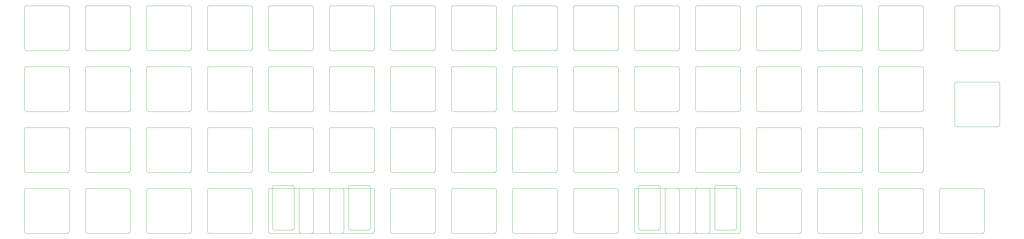
<source format=gbr>
G04 #@! TF.GenerationSoftware,KiCad,Pcbnew,8.0.2-1.fc39*
G04 #@! TF.CreationDate,2024-05-29T21:02:28-04:00*
G04 #@! TF.ProjectId,KeychronQ9OrthoIntegrated,4b657963-6872-46f6-9e51-394f7274686f,rev?*
G04 #@! TF.SameCoordinates,Original*
G04 #@! TF.FileFunction,Other,ECO2*
%FSLAX46Y46*%
G04 Gerber Fmt 4.6, Leading zero omitted, Abs format (unit mm)*
G04 Created by KiCad (PCBNEW 8.0.2-1.fc39) date 2024-05-29 21:02:28*
%MOMM*%
%LPD*%
G01*
G04 APERTURE LIST*
%ADD10C,0.050000*%
G04 APERTURE END LIST*
D10*
G04 #@! TO.C,MX54*
X113650000Y-76050000D02*
X113650000Y-89050000D01*
X114150000Y-89550000D02*
X127150000Y-89550000D01*
X127150000Y-75550000D02*
X114150000Y-75550000D01*
X127650000Y-89050000D02*
X127650000Y-76050000D01*
X113650000Y-76050000D02*
G75*
G02*
X114150000Y-75550000I500000J0D01*
G01*
X114150000Y-89550000D02*
G75*
G02*
X113650000Y-89050000I0J500000D01*
G01*
X127150000Y-75550000D02*
G75*
G02*
X127650000Y-76050000I-1J-500001D01*
G01*
X127647236Y-89048884D02*
G75*
G02*
X127147236Y-89548884I-500001J1D01*
G01*
G04 #@! TO.C,MX9*
X170800000Y-18900000D02*
X170800000Y-31900000D01*
X171300000Y-32400000D02*
X184300000Y-32400000D01*
X184300000Y-18400000D02*
X171300000Y-18400000D01*
X184800000Y-31900000D02*
X184800000Y-18900000D01*
X170800000Y-18900000D02*
G75*
G02*
X171300000Y-18400000I500000J0D01*
G01*
X171300000Y-32400000D02*
G75*
G02*
X170800000Y-31900000I0J500000D01*
G01*
X184300000Y-18400000D02*
G75*
G02*
X184800000Y-18900000I-1J-500001D01*
G01*
X184797236Y-31898884D02*
G75*
G02*
X184297236Y-32398884I-500001J1D01*
G01*
G04 #@! TO.C,MX37*
X94600000Y-57000000D02*
X94600000Y-70000000D01*
X95100000Y-70500000D02*
X108100000Y-70500000D01*
X108100000Y-56500000D02*
X95100000Y-56500000D01*
X108600000Y-70000000D02*
X108600000Y-57000000D01*
X94600000Y-57000000D02*
G75*
G02*
X95100000Y-56500000I500000J0D01*
G01*
X95100000Y-70500000D02*
G75*
G02*
X94600000Y-70000000I0J500000D01*
G01*
X108100000Y-56500000D02*
G75*
G02*
X108600000Y-57000000I-1J-500001D01*
G01*
X108597236Y-69998884D02*
G75*
G02*
X108097236Y-70498884I-500001J1D01*
G01*
G04 #@! TO.C,MX20*
X75550000Y-37950000D02*
X75550000Y-50950000D01*
X76050000Y-51450000D02*
X89050000Y-51450000D01*
X89050000Y-37450000D02*
X76050000Y-37450000D01*
X89550000Y-50950000D02*
X89550000Y-37950000D01*
X75550000Y-37950000D02*
G75*
G02*
X76050000Y-37450000I500000J0D01*
G01*
X76050000Y-51450000D02*
G75*
G02*
X75550000Y-50950000I0J500000D01*
G01*
X89050000Y-37450000D02*
G75*
G02*
X89550000Y-37950000I-1J-500001D01*
G01*
X89547236Y-50948884D02*
G75*
G02*
X89047236Y-51448884I-500001J1D01*
G01*
G04 #@! TO.C,MX49*
X37450000Y-76050000D02*
X37450000Y-89050000D01*
X37950000Y-89550000D02*
X50950000Y-89550000D01*
X50950000Y-75550000D02*
X37950000Y-75550000D01*
X51450000Y-89050000D02*
X51450000Y-76050000D01*
X37450000Y-76050000D02*
G75*
G02*
X37950000Y-75550000I500000J0D01*
G01*
X37950000Y-89550000D02*
G75*
G02*
X37450000Y-89050000I0J500000D01*
G01*
X50950000Y-75550000D02*
G75*
G02*
X51450000Y-76050000I-1J-500001D01*
G01*
X51447236Y-89048884D02*
G75*
G02*
X50947236Y-89548884I-500001J1D01*
G01*
G04 #@! TO.C,MX36*
X75550000Y-57000000D02*
X75550000Y-70000000D01*
X76050000Y-70500000D02*
X89050000Y-70500000D01*
X89050000Y-56500000D02*
X76050000Y-56500000D01*
X89550000Y-70000000D02*
X89550000Y-57000000D01*
X75550000Y-57000000D02*
G75*
G02*
X76050000Y-56500000I500000J0D01*
G01*
X76050000Y-70500000D02*
G75*
G02*
X75550000Y-70000000I0J500000D01*
G01*
X89050000Y-56500000D02*
G75*
G02*
X89550000Y-57000000I-1J-500001D01*
G01*
X89547236Y-69998884D02*
G75*
G02*
X89047236Y-70498884I-500001J1D01*
G01*
G04 #@! TO.C,MX16*
X308912500Y-18900000D02*
X308912500Y-31900000D01*
X309412500Y-32400000D02*
X322412500Y-32400000D01*
X322412500Y-18400000D02*
X309412500Y-18400000D01*
X322912500Y-31900000D02*
X322912500Y-18900000D01*
X308912500Y-18900000D02*
G75*
G02*
X309412500Y-18400000I500000J0D01*
G01*
X309412500Y-32400000D02*
G75*
G02*
X308912500Y-31900000I0J500000D01*
G01*
X322412500Y-18400000D02*
G75*
G02*
X322912500Y-18900000I-1J-500001D01*
G01*
X322909736Y-31898884D02*
G75*
G02*
X322409736Y-32398884I-500001J1D01*
G01*
G04 #@! TO.C,MX5*
X94600000Y-18900000D02*
X94600000Y-31900000D01*
X95100000Y-32400000D02*
X108100000Y-32400000D01*
X108100000Y-18400000D02*
X95100000Y-18400000D01*
X108600000Y-31900000D02*
X108600000Y-18900000D01*
X94600000Y-18900000D02*
G75*
G02*
X95100000Y-18400000I500000J0D01*
G01*
X95100000Y-32400000D02*
G75*
G02*
X94600000Y-31900000I0J500000D01*
G01*
X108100000Y-18400000D02*
G75*
G02*
X108600000Y-18900000I-1J-500001D01*
G01*
X108597236Y-31898884D02*
G75*
G02*
X108097236Y-32398884I-500001J1D01*
G01*
G04 #@! TO.C,MX35*
X56500000Y-57000000D02*
X56500000Y-70000000D01*
X57000000Y-70500000D02*
X70000000Y-70500000D01*
X70000000Y-56500000D02*
X57000000Y-56500000D01*
X70500000Y-70000000D02*
X70500000Y-57000000D01*
X56500000Y-57000000D02*
G75*
G02*
X57000000Y-56500000I500000J0D01*
G01*
X57000000Y-70500000D02*
G75*
G02*
X56500000Y-70000000I0J500000D01*
G01*
X70000000Y-56500000D02*
G75*
G02*
X70500000Y-57000000I-1J-500001D01*
G01*
X70497236Y-69998884D02*
G75*
G02*
X69997236Y-70498884I-500001J1D01*
G01*
G04 #@! TO.C,MX59*
X208900000Y-76050000D02*
X208900000Y-89050000D01*
X209400000Y-89550000D02*
X222400000Y-89550000D01*
X222400000Y-75550000D02*
X209400000Y-75550000D01*
X222900000Y-89050000D02*
X222900000Y-76050000D01*
X208900000Y-76050000D02*
G75*
G02*
X209400000Y-75550000I500000J0D01*
G01*
X209400000Y-89550000D02*
G75*
G02*
X208900000Y-89050000I0J500000D01*
G01*
X222400000Y-75550000D02*
G75*
G02*
X222900000Y-76050000I-1J-500001D01*
G01*
X222897236Y-89048884D02*
G75*
G02*
X222397236Y-89548884I-500001J1D01*
G01*
G04 #@! TO.C,MX30*
X266050000Y-37950000D02*
X266050000Y-50950000D01*
X266550000Y-51450000D02*
X279550000Y-51450000D01*
X279550000Y-37450000D02*
X266550000Y-37450000D01*
X280050000Y-50950000D02*
X280050000Y-37950000D01*
X266050000Y-37950000D02*
G75*
G02*
X266550000Y-37450000I500000J0D01*
G01*
X266550000Y-51450000D02*
G75*
G02*
X266050000Y-50950000I0J500000D01*
G01*
X279550000Y-37450000D02*
G75*
G02*
X280050000Y-37950000I-1J-500001D01*
G01*
X280047236Y-50948884D02*
G75*
G02*
X279547236Y-51448884I-500001J1D01*
G01*
G04 #@! TO.C,MX44*
X227950000Y-57000000D02*
X227950000Y-70000000D01*
X228450000Y-70500000D02*
X241450000Y-70500000D01*
X241450000Y-56500000D02*
X228450000Y-56500000D01*
X241950000Y-70000000D02*
X241950000Y-57000000D01*
X227950000Y-57000000D02*
G75*
G02*
X228450000Y-56500000I500000J0D01*
G01*
X228450000Y-70500000D02*
G75*
G02*
X227950000Y-70000000I0J500000D01*
G01*
X241450000Y-56500000D02*
G75*
G02*
X241950000Y-57000000I-1J-500001D01*
G01*
X241947236Y-69998884D02*
G75*
G02*
X241447236Y-70498884I-500001J1D01*
G01*
G04 #@! TO.C,MX50*
X56500000Y-76050000D02*
X56500000Y-89050000D01*
X57000000Y-89550000D02*
X70000000Y-89550000D01*
X70000000Y-75550000D02*
X57000000Y-75550000D01*
X70500000Y-89050000D02*
X70500000Y-76050000D01*
X56500000Y-76050000D02*
G75*
G02*
X57000000Y-75550000I500000J0D01*
G01*
X57000000Y-89550000D02*
G75*
G02*
X56500000Y-89050000I0J500000D01*
G01*
X70000000Y-75550000D02*
G75*
G02*
X70500000Y-76050000I-1J-500001D01*
G01*
X70497236Y-89048884D02*
G75*
G02*
X69997236Y-89548884I-500001J1D01*
G01*
G04 #@! TO.C,MX56*
X151750000Y-76050000D02*
X151750000Y-89050000D01*
X152250000Y-89550000D02*
X165250000Y-89550000D01*
X165250000Y-75550000D02*
X152250000Y-75550000D01*
X165750000Y-89050000D02*
X165750000Y-76050000D01*
X151750000Y-76050000D02*
G75*
G02*
X152250000Y-75550000I500000J0D01*
G01*
X152250000Y-89550000D02*
G75*
G02*
X151750000Y-89050000I0J500000D01*
G01*
X165250000Y-75550000D02*
G75*
G02*
X165750000Y-76050000I-1J-500001D01*
G01*
X165747236Y-89048884D02*
G75*
G02*
X165247236Y-89548884I-500001J1D01*
G01*
G04 #@! TO.C,MX47*
X285100000Y-57000000D02*
X285100000Y-70000000D01*
X285600000Y-70500000D02*
X298600000Y-70500000D01*
X298600000Y-56500000D02*
X285600000Y-56500000D01*
X299100000Y-70000000D02*
X299100000Y-57000000D01*
X285100000Y-57000000D02*
G75*
G02*
X285600000Y-56500000I500000J0D01*
G01*
X285600000Y-70500000D02*
G75*
G02*
X285100000Y-70000000I0J500000D01*
G01*
X298600000Y-56500000D02*
G75*
G02*
X299100000Y-57000000I-1J-500001D01*
G01*
X299097236Y-69998884D02*
G75*
G02*
X298597236Y-70498884I-500001J1D01*
G01*
G04 #@! TO.C,MX42*
X189850000Y-57000000D02*
X189850000Y-70000000D01*
X190350000Y-70500000D02*
X203350000Y-70500000D01*
X203350000Y-56500000D02*
X190350000Y-56500000D01*
X203850000Y-70000000D02*
X203850000Y-57000000D01*
X189850000Y-57000000D02*
G75*
G02*
X190350000Y-56500000I500000J0D01*
G01*
X190350000Y-70500000D02*
G75*
G02*
X189850000Y-70000000I0J500000D01*
G01*
X203350000Y-56500000D02*
G75*
G02*
X203850000Y-57000000I-1J-500001D01*
G01*
X203847236Y-69998884D02*
G75*
G02*
X203347236Y-70498884I-500001J1D01*
G01*
G04 #@! TO.C,MX1*
X18400000Y-18900000D02*
X18400000Y-31900000D01*
X18900000Y-32400000D02*
X31900000Y-32400000D01*
X31900000Y-18400000D02*
X18900000Y-18400000D01*
X32400000Y-31900000D02*
X32400000Y-18900000D01*
X18400000Y-18900000D02*
G75*
G02*
X18900000Y-18400000I500000J0D01*
G01*
X18900000Y-32400000D02*
G75*
G02*
X18400000Y-31900000I0J500000D01*
G01*
X31900000Y-18400000D02*
G75*
G02*
X32400000Y-18900000I-1J-500001D01*
G01*
X32397236Y-31898884D02*
G75*
G02*
X31897236Y-32398884I-500001J1D01*
G01*
G04 #@! TO.C,MX65*
X304150000Y-76050000D02*
X304150000Y-89050000D01*
X304650000Y-89550000D02*
X317650000Y-89550000D01*
X317650000Y-75550000D02*
X304650000Y-75550000D01*
X318150000Y-89050000D02*
X318150000Y-76050000D01*
X304150000Y-76050000D02*
G75*
G02*
X304650000Y-75550000I500000J0D01*
G01*
X304650000Y-89550000D02*
G75*
G02*
X304150000Y-89050000I0J500000D01*
G01*
X317650000Y-75550000D02*
G75*
G02*
X318150000Y-76050000I-1J-500001D01*
G01*
X318147236Y-89048884D02*
G75*
G02*
X317647236Y-89548884I-500001J1D01*
G01*
G04 #@! TO.C,MX40*
X151750000Y-57000000D02*
X151750000Y-70000000D01*
X152250000Y-70500000D02*
X165250000Y-70500000D01*
X165250000Y-56500000D02*
X152250000Y-56500000D01*
X165750000Y-70000000D02*
X165750000Y-57000000D01*
X151750000Y-57000000D02*
G75*
G02*
X152250000Y-56500000I500000J0D01*
G01*
X152250000Y-70500000D02*
G75*
G02*
X151750000Y-70000000I0J500000D01*
G01*
X165250000Y-56500000D02*
G75*
G02*
X165750000Y-57000000I-1J-500001D01*
G01*
X165747236Y-69998884D02*
G75*
G02*
X165247236Y-70498884I-500001J1D01*
G01*
G04 #@! TO.C,MX28*
X227950000Y-37950000D02*
X227950000Y-50950000D01*
X228450000Y-51450000D02*
X241450000Y-51450000D01*
X241450000Y-37450000D02*
X228450000Y-37450000D01*
X241950000Y-50950000D02*
X241950000Y-37950000D01*
X227950000Y-37950000D02*
G75*
G02*
X228450000Y-37450000I500000J0D01*
G01*
X228450000Y-51450000D02*
G75*
G02*
X227950000Y-50950000I0J500000D01*
G01*
X241450000Y-37450000D02*
G75*
G02*
X241950000Y-37950000I-1J-500001D01*
G01*
X241947236Y-50948884D02*
G75*
G02*
X241447236Y-51448884I-500001J1D01*
G01*
G04 #@! TO.C,MX63*
X266050000Y-76050000D02*
X266050000Y-89050000D01*
X266550000Y-89550000D02*
X279550000Y-89550000D01*
X279550000Y-75550000D02*
X266550000Y-75550000D01*
X280050000Y-89050000D02*
X280050000Y-76050000D01*
X266050000Y-76050000D02*
G75*
G02*
X266550000Y-75550000I500000J0D01*
G01*
X266550000Y-89550000D02*
G75*
G02*
X266050000Y-89050000I0J500000D01*
G01*
X279550000Y-75550000D02*
G75*
G02*
X280050000Y-76050000I-1J-500001D01*
G01*
X280047236Y-89048884D02*
G75*
G02*
X279547236Y-89548884I-500001J1D01*
G01*
G04 #@! TO.C,MX19*
X56500000Y-37950000D02*
X56500000Y-50950000D01*
X57000000Y-51450000D02*
X70000000Y-51450000D01*
X70000000Y-37450000D02*
X57000000Y-37450000D01*
X70500000Y-50950000D02*
X70500000Y-37950000D01*
X56500000Y-37950000D02*
G75*
G02*
X57000000Y-37450000I500000J0D01*
G01*
X57000000Y-51450000D02*
G75*
G02*
X56500000Y-50950000I0J500000D01*
G01*
X70000000Y-37450000D02*
G75*
G02*
X70500000Y-37950000I-1J-500001D01*
G01*
X70497236Y-50948884D02*
G75*
G02*
X69997236Y-51448884I-500001J1D01*
G01*
G04 #@! TO.C,MX51*
X75550000Y-76050000D02*
X75550000Y-89050000D01*
X76050000Y-89550000D02*
X89050000Y-89550000D01*
X89050000Y-75550000D02*
X76050000Y-75550000D01*
X89550000Y-89050000D02*
X89550000Y-76050000D01*
X75550000Y-76050000D02*
G75*
G02*
X76050000Y-75550000I500000J0D01*
G01*
X76050000Y-89550000D02*
G75*
G02*
X75550000Y-89050000I0J500000D01*
G01*
X89050000Y-75550000D02*
G75*
G02*
X89550000Y-76050000I-1J-500001D01*
G01*
X89547236Y-89048884D02*
G75*
G02*
X89047236Y-89548884I-500001J1D01*
G01*
G04 #@! TO.C,S2*
X210143750Y-75049999D02*
X210143750Y-88049999D01*
X216393750Y-74549999D02*
X210643750Y-74549999D01*
X216393750Y-88549999D02*
X210643750Y-88549999D01*
X216893750Y-75049999D02*
X216893750Y-88049999D01*
X233956250Y-75049999D02*
X233956250Y-88049999D01*
X240205039Y-88549999D02*
X234456250Y-88549999D01*
X240206250Y-74549999D02*
X234456250Y-74549999D01*
X240706250Y-75049999D02*
X240705039Y-88049999D01*
X210143750Y-75049999D02*
G75*
G02*
X210643750Y-74549999I500001J-1D01*
G01*
X210643750Y-88549999D02*
G75*
G02*
X210143750Y-88049999I1J500001D01*
G01*
X216393750Y-74549999D02*
G75*
G02*
X216893750Y-75049999I-1J-500001D01*
G01*
X216893750Y-88049999D02*
G75*
G02*
X216393750Y-88549999I-500001J1D01*
G01*
X233956250Y-75049999D02*
G75*
G02*
X234456250Y-74550000I499970J29D01*
G01*
X234456250Y-88549999D02*
G75*
G02*
X233956301Y-88049999I50J499999D01*
G01*
X240206250Y-74549999D02*
G75*
G02*
X240706201Y-75049999I-50J-500001D01*
G01*
X240705039Y-88049999D02*
G75*
G02*
X240205039Y-88549999I-500039J39D01*
G01*
G04 #@! TO.C,MX31*
X285100000Y-37950000D02*
X285100000Y-50950000D01*
X285600000Y-51450000D02*
X298600000Y-51450000D01*
X298600000Y-37450000D02*
X285600000Y-37450000D01*
X299100000Y-50950000D02*
X299100000Y-37950000D01*
X285100000Y-37950000D02*
G75*
G02*
X285600000Y-37450000I500000J0D01*
G01*
X285600000Y-51450000D02*
G75*
G02*
X285100000Y-50950000I0J500000D01*
G01*
X298600000Y-37450000D02*
G75*
G02*
X299100000Y-37950000I-1J-500001D01*
G01*
X299097236Y-50948884D02*
G75*
G02*
X298597236Y-51448884I-500001J1D01*
G01*
G04 #@! TO.C,MX10*
X189850000Y-18900000D02*
X189850000Y-31900000D01*
X190350000Y-32400000D02*
X203350000Y-32400000D01*
X203350000Y-18400000D02*
X190350000Y-18400000D01*
X203850000Y-31900000D02*
X203850000Y-18900000D01*
X189850000Y-18900000D02*
G75*
G02*
X190350000Y-18400000I500000J0D01*
G01*
X190350000Y-32400000D02*
G75*
G02*
X189850000Y-31900000I0J500000D01*
G01*
X203350000Y-18400000D02*
G75*
G02*
X203850000Y-18900000I-1J-500001D01*
G01*
X203847236Y-31898884D02*
G75*
G02*
X203347236Y-32398884I-500001J1D01*
G01*
G04 #@! TO.C,MX12*
X227950000Y-18900000D02*
X227950000Y-31900000D01*
X228450000Y-32400000D02*
X241450000Y-32400000D01*
X241450000Y-18400000D02*
X228450000Y-18400000D01*
X241950000Y-31900000D02*
X241950000Y-18900000D01*
X227950000Y-18900000D02*
G75*
G02*
X228450000Y-18400000I500000J0D01*
G01*
X228450000Y-32400000D02*
G75*
G02*
X227950000Y-31900000I0J500000D01*
G01*
X241450000Y-18400000D02*
G75*
G02*
X241950000Y-18900000I-1J-500001D01*
G01*
X241947236Y-31898884D02*
G75*
G02*
X241447236Y-32398884I-500001J1D01*
G01*
G04 #@! TO.C,MX23*
X132700000Y-37950000D02*
X132700000Y-50950000D01*
X133200000Y-51450000D02*
X146200000Y-51450000D01*
X146200000Y-37450000D02*
X133200000Y-37450000D01*
X146700000Y-50950000D02*
X146700000Y-37950000D01*
X132700000Y-37950000D02*
G75*
G02*
X133200000Y-37450000I500000J0D01*
G01*
X133200000Y-51450000D02*
G75*
G02*
X132700000Y-50950000I0J500000D01*
G01*
X146200000Y-37450000D02*
G75*
G02*
X146700000Y-37950000I-1J-500001D01*
G01*
X146697236Y-50948884D02*
G75*
G02*
X146197236Y-51448884I-500001J1D01*
G01*
G04 #@! TO.C,MX17*
X18400000Y-37950000D02*
X18400000Y-50950000D01*
X18900000Y-51450000D02*
X31900000Y-51450000D01*
X31900000Y-37450000D02*
X18900000Y-37450000D01*
X32400000Y-50950000D02*
X32400000Y-37950000D01*
X18400000Y-37950000D02*
G75*
G02*
X18900000Y-37450000I500000J0D01*
G01*
X18900000Y-51450000D02*
G75*
G02*
X18400000Y-50950000I0J500000D01*
G01*
X31900000Y-37450000D02*
G75*
G02*
X32400000Y-37950000I-1J-500001D01*
G01*
X32397236Y-50948884D02*
G75*
G02*
X31897236Y-51448884I-500001J1D01*
G01*
G04 #@! TO.C,MX24*
X151750000Y-37950000D02*
X151750000Y-50950000D01*
X152250000Y-51450000D02*
X165250000Y-51450000D01*
X165250000Y-37450000D02*
X152250000Y-37450000D01*
X165750000Y-50950000D02*
X165750000Y-37950000D01*
X151750000Y-37950000D02*
G75*
G02*
X152250000Y-37450000I500000J0D01*
G01*
X152250000Y-51450000D02*
G75*
G02*
X151750000Y-50950000I0J500000D01*
G01*
X165250000Y-37450000D02*
G75*
G02*
X165750000Y-37950000I-1J-500001D01*
G01*
X165747236Y-50948884D02*
G75*
G02*
X165247236Y-51448884I-500001J1D01*
G01*
G04 #@! TO.C,MX27*
X208900000Y-37950000D02*
X208900000Y-50950000D01*
X209400000Y-51450000D02*
X222400000Y-51450000D01*
X222400000Y-37450000D02*
X209400000Y-37450000D01*
X222900000Y-50950000D02*
X222900000Y-37950000D01*
X208900000Y-37950000D02*
G75*
G02*
X209400000Y-37450000I500000J0D01*
G01*
X209400000Y-51450000D02*
G75*
G02*
X208900000Y-50950000I0J500000D01*
G01*
X222400000Y-37450000D02*
G75*
G02*
X222900000Y-37950000I-1J-500001D01*
G01*
X222897236Y-50948884D02*
G75*
G02*
X222397236Y-51448884I-500001J1D01*
G01*
G04 #@! TO.C,MX26*
X189850000Y-37950000D02*
X189850000Y-50950000D01*
X190350000Y-51450000D02*
X203350000Y-51450000D01*
X203350000Y-37450000D02*
X190350000Y-37450000D01*
X203850000Y-50950000D02*
X203850000Y-37950000D01*
X189850000Y-37950000D02*
G75*
G02*
X190350000Y-37450000I500000J0D01*
G01*
X190350000Y-51450000D02*
G75*
G02*
X189850000Y-50950000I0J500000D01*
G01*
X203350000Y-37450000D02*
G75*
G02*
X203850000Y-37950000I-1J-500001D01*
G01*
X203847236Y-50948884D02*
G75*
G02*
X203347236Y-51448884I-500001J1D01*
G01*
G04 #@! TO.C,MX13*
X247000000Y-18900000D02*
X247000000Y-31900000D01*
X247500000Y-32400000D02*
X260500000Y-32400000D01*
X260500000Y-18400000D02*
X247500000Y-18400000D01*
X261000000Y-31900000D02*
X261000000Y-18900000D01*
X247000000Y-18900000D02*
G75*
G02*
X247500000Y-18400000I500000J0D01*
G01*
X247500000Y-32400000D02*
G75*
G02*
X247000000Y-31900000I0J500000D01*
G01*
X260500000Y-18400000D02*
G75*
G02*
X261000000Y-18900000I-1J-500001D01*
G01*
X260997236Y-31898884D02*
G75*
G02*
X260497236Y-32398884I-500001J1D01*
G01*
G04 #@! TO.C,MX53*
X104125000Y-76050000D02*
X104125000Y-89050000D01*
X104625000Y-89550000D02*
X117625000Y-89550000D01*
X117625000Y-75550000D02*
X104625000Y-75550000D01*
X118125000Y-89050000D02*
X118125000Y-76050000D01*
X104127764Y-76051116D02*
G75*
G02*
X104627764Y-75551116I500001J-1D01*
G01*
X104625000Y-89550000D02*
G75*
G02*
X104125000Y-89050000I1J500001D01*
G01*
X117625000Y-75550000D02*
G75*
G02*
X118125000Y-76050000I0J-500000D01*
G01*
X118125000Y-89050000D02*
G75*
G02*
X117625000Y-89550000I-500000J0D01*
G01*
G04 #@! TO.C,MX62*
X247000000Y-76050000D02*
X247000000Y-89050000D01*
X247500000Y-89550000D02*
X260500000Y-89550000D01*
X260500000Y-75550000D02*
X247500000Y-75550000D01*
X261000000Y-89050000D02*
X261000000Y-76050000D01*
X247000000Y-76050000D02*
G75*
G02*
X247500000Y-75550000I500000J0D01*
G01*
X247500000Y-89550000D02*
G75*
G02*
X247000000Y-89050000I0J500000D01*
G01*
X260500000Y-75550000D02*
G75*
G02*
X261000000Y-76050000I-1J-500001D01*
G01*
X260997236Y-89048884D02*
G75*
G02*
X260497236Y-89548884I-500001J1D01*
G01*
G04 #@! TO.C,MX4*
X75550000Y-18900000D02*
X75550000Y-31900000D01*
X76050000Y-32400000D02*
X89050000Y-32400000D01*
X89050000Y-18400000D02*
X76050000Y-18400000D01*
X89550000Y-31900000D02*
X89550000Y-18900000D01*
X75550000Y-18900000D02*
G75*
G02*
X76050000Y-18400000I500000J0D01*
G01*
X76050000Y-32400000D02*
G75*
G02*
X75550000Y-31900000I0J500000D01*
G01*
X89050000Y-18400000D02*
G75*
G02*
X89550000Y-18900000I-1J-500001D01*
G01*
X89547236Y-31898884D02*
G75*
G02*
X89047236Y-32398884I-500001J1D01*
G01*
G04 #@! TO.C,MX43*
X208900000Y-57000000D02*
X208900000Y-70000000D01*
X209400000Y-70500000D02*
X222400000Y-70500000D01*
X222400000Y-56500000D02*
X209400000Y-56500000D01*
X222900000Y-70000000D02*
X222900000Y-57000000D01*
X208900000Y-57000000D02*
G75*
G02*
X209400000Y-56500000I500000J0D01*
G01*
X209400000Y-70500000D02*
G75*
G02*
X208900000Y-70000000I0J500000D01*
G01*
X222400000Y-56500000D02*
G75*
G02*
X222900000Y-57000000I-1J-500001D01*
G01*
X222897236Y-69998884D02*
G75*
G02*
X222397236Y-70498884I-500001J1D01*
G01*
G04 #@! TO.C,MX52*
X94600000Y-76050000D02*
X94600000Y-89050000D01*
X95100000Y-89550000D02*
X108100000Y-89550000D01*
X108100000Y-75550000D02*
X95100000Y-75550000D01*
X108600000Y-89050000D02*
X108600000Y-76050000D01*
X94600000Y-76050000D02*
G75*
G02*
X95100000Y-75550000I500000J0D01*
G01*
X95100000Y-89550000D02*
G75*
G02*
X94600000Y-89050000I0J500000D01*
G01*
X108100000Y-75550000D02*
G75*
G02*
X108600000Y-76050000I-1J-500001D01*
G01*
X108597236Y-89048884D02*
G75*
G02*
X108097236Y-89548884I-500001J1D01*
G01*
G04 #@! TO.C,MX41*
X170800000Y-57000000D02*
X170800000Y-70000000D01*
X171300000Y-70500000D02*
X184300000Y-70500000D01*
X184300000Y-56500000D02*
X171300000Y-56500000D01*
X184800000Y-70000000D02*
X184800000Y-57000000D01*
X170800000Y-57000000D02*
G75*
G02*
X171300000Y-56500000I500000J0D01*
G01*
X171300000Y-70500000D02*
G75*
G02*
X170800000Y-70000000I0J500000D01*
G01*
X184300000Y-56500000D02*
G75*
G02*
X184800000Y-57000000I-1J-500001D01*
G01*
X184797236Y-69998884D02*
G75*
G02*
X184297236Y-70498884I-500001J1D01*
G01*
G04 #@! TO.C,MX15*
X285100000Y-18900000D02*
X285100000Y-31900000D01*
X285600000Y-32400000D02*
X298600000Y-32400000D01*
X298600000Y-18400000D02*
X285600000Y-18400000D01*
X299100000Y-31900000D02*
X299100000Y-18900000D01*
X285100000Y-18900000D02*
G75*
G02*
X285600000Y-18400000I500000J0D01*
G01*
X285600000Y-32400000D02*
G75*
G02*
X285100000Y-31900000I0J500000D01*
G01*
X298600000Y-18400000D02*
G75*
G02*
X299100000Y-18900000I-1J-500001D01*
G01*
X299097236Y-31898884D02*
G75*
G02*
X298597236Y-32398884I-500001J1D01*
G01*
G04 #@! TO.C,MX57*
X170800000Y-76050000D02*
X170800000Y-89050000D01*
X171300000Y-89550000D02*
X184300000Y-89550000D01*
X184300000Y-75550000D02*
X171300000Y-75550000D01*
X184800000Y-89050000D02*
X184800000Y-76050000D01*
X170800000Y-76050000D02*
G75*
G02*
X171300000Y-75550000I500000J0D01*
G01*
X171300000Y-89550000D02*
G75*
G02*
X170800000Y-89050000I0J500000D01*
G01*
X184300000Y-75550000D02*
G75*
G02*
X184800000Y-76050000I-1J-500001D01*
G01*
X184797236Y-89048884D02*
G75*
G02*
X184297236Y-89548884I-500001J1D01*
G01*
G04 #@! TO.C,MX38*
X113650000Y-57000000D02*
X113650000Y-70000000D01*
X114150000Y-70500000D02*
X127150000Y-70500000D01*
X127150000Y-56500000D02*
X114150000Y-56500000D01*
X127650000Y-70000000D02*
X127650000Y-57000000D01*
X113650000Y-57000000D02*
G75*
G02*
X114150000Y-56500000I500000J0D01*
G01*
X114150000Y-70500000D02*
G75*
G02*
X113650000Y-70000000I0J500000D01*
G01*
X127150000Y-56500000D02*
G75*
G02*
X127650000Y-57000000I-1J-500001D01*
G01*
X127647236Y-69998884D02*
G75*
G02*
X127147236Y-70498884I-500001J1D01*
G01*
G04 #@! TO.C,MX14*
X266050000Y-18900000D02*
X266050000Y-31900000D01*
X266550000Y-32400000D02*
X279550000Y-32400000D01*
X279550000Y-18400000D02*
X266550000Y-18400000D01*
X280050000Y-31900000D02*
X280050000Y-18900000D01*
X266050000Y-18900000D02*
G75*
G02*
X266550000Y-18400000I500000J0D01*
G01*
X266550000Y-32400000D02*
G75*
G02*
X266050000Y-31900000I0J500000D01*
G01*
X279550000Y-18400000D02*
G75*
G02*
X280050000Y-18900000I-1J-500001D01*
G01*
X280047236Y-31898884D02*
G75*
G02*
X279547236Y-32398884I-500001J1D01*
G01*
G04 #@! TO.C,MX11*
X208900000Y-18900000D02*
X208900000Y-31900000D01*
X209400000Y-32400000D02*
X222400000Y-32400000D01*
X222400000Y-18400000D02*
X209400000Y-18400000D01*
X222900000Y-31900000D02*
X222900000Y-18900000D01*
X208900000Y-18900000D02*
G75*
G02*
X209400000Y-18400000I500000J0D01*
G01*
X209400000Y-32400000D02*
G75*
G02*
X208900000Y-31900000I0J500000D01*
G01*
X222400000Y-18400000D02*
G75*
G02*
X222900000Y-18900000I-1J-500001D01*
G01*
X222897236Y-31898884D02*
G75*
G02*
X222397236Y-32398884I-500001J1D01*
G01*
G04 #@! TO.C,MX48*
X18400000Y-76050000D02*
X18400000Y-89050000D01*
X18900000Y-89550000D02*
X31900000Y-89550000D01*
X31900000Y-75550000D02*
X18900000Y-75550000D01*
X32400000Y-89050000D02*
X32400000Y-76050000D01*
X18400000Y-76050000D02*
G75*
G02*
X18900000Y-75550000I500000J0D01*
G01*
X18900000Y-89550000D02*
G75*
G02*
X18400000Y-89050000I0J500000D01*
G01*
X31900000Y-75550000D02*
G75*
G02*
X32400000Y-76050000I-1J-500001D01*
G01*
X32397236Y-89048884D02*
G75*
G02*
X31897236Y-89548884I-500001J1D01*
G01*
G04 #@! TO.C,MX21*
X94600000Y-37950000D02*
X94600000Y-50950000D01*
X95100000Y-51450000D02*
X108100000Y-51450000D01*
X108100000Y-37450000D02*
X95100000Y-37450000D01*
X108600000Y-50950000D02*
X108600000Y-37950000D01*
X94600000Y-37950000D02*
G75*
G02*
X95100000Y-37450000I500000J0D01*
G01*
X95100000Y-51450000D02*
G75*
G02*
X94600000Y-50950000I0J500000D01*
G01*
X108100000Y-37450000D02*
G75*
G02*
X108600000Y-37950000I-1J-500001D01*
G01*
X108597236Y-50948884D02*
G75*
G02*
X108097236Y-51448884I-500001J1D01*
G01*
G04 #@! TO.C,MX25*
X170800000Y-37950000D02*
X170800000Y-50950000D01*
X171300000Y-51450000D02*
X184300000Y-51450000D01*
X184300000Y-37450000D02*
X171300000Y-37450000D01*
X184800000Y-50950000D02*
X184800000Y-37950000D01*
X170800000Y-37950000D02*
G75*
G02*
X171300000Y-37450000I500000J0D01*
G01*
X171300000Y-51450000D02*
G75*
G02*
X170800000Y-50950000I0J500000D01*
G01*
X184300000Y-37450000D02*
G75*
G02*
X184800000Y-37950000I-1J-500001D01*
G01*
X184797236Y-50948884D02*
G75*
G02*
X184297236Y-51448884I-500001J1D01*
G01*
G04 #@! TO.C,MX32*
X308912500Y-42712500D02*
X308912500Y-55712500D01*
X309412500Y-56212500D02*
X322412500Y-56212500D01*
X322412500Y-42212500D02*
X309412500Y-42212500D01*
X322912500Y-55712500D02*
X322912500Y-42712500D01*
X308912500Y-42712500D02*
G75*
G02*
X309412500Y-42212500I500000J0D01*
G01*
X309412500Y-56212500D02*
G75*
G02*
X308912500Y-55712500I0J500000D01*
G01*
X322412500Y-42212500D02*
G75*
G02*
X322912500Y-42712500I-1J-500001D01*
G01*
X322909736Y-55711384D02*
G75*
G02*
X322409736Y-56211384I-500001J1D01*
G01*
G04 #@! TO.C,MX22*
X113650000Y-37950000D02*
X113650000Y-50950000D01*
X114150000Y-51450000D02*
X127150000Y-51450000D01*
X127150000Y-37450000D02*
X114150000Y-37450000D01*
X127650000Y-50950000D02*
X127650000Y-37950000D01*
X113650000Y-37950000D02*
G75*
G02*
X114150000Y-37450000I500000J0D01*
G01*
X114150000Y-51450000D02*
G75*
G02*
X113650000Y-50950000I0J500000D01*
G01*
X127150000Y-37450000D02*
G75*
G02*
X127650000Y-37950000I-1J-500001D01*
G01*
X127647236Y-50948884D02*
G75*
G02*
X127147236Y-51448884I-500001J1D01*
G01*
G04 #@! TO.C,MX46*
X266050000Y-57000000D02*
X266050000Y-70000000D01*
X266550000Y-70500000D02*
X279550000Y-70500000D01*
X279550000Y-56500000D02*
X266550000Y-56500000D01*
X280050000Y-70000000D02*
X280050000Y-57000000D01*
X266050000Y-57000000D02*
G75*
G02*
X266550000Y-56500000I500000J0D01*
G01*
X266550000Y-70500000D02*
G75*
G02*
X266050000Y-70000000I0J500000D01*
G01*
X279550000Y-56500000D02*
G75*
G02*
X280050000Y-57000000I-1J-500001D01*
G01*
X280047236Y-69998884D02*
G75*
G02*
X279547236Y-70498884I-500001J1D01*
G01*
G04 #@! TO.C,MX39*
X132700000Y-57000000D02*
X132700000Y-70000000D01*
X133200000Y-70500000D02*
X146200000Y-70500000D01*
X146200000Y-56500000D02*
X133200000Y-56500000D01*
X146700000Y-70000000D02*
X146700000Y-57000000D01*
X132700000Y-57000000D02*
G75*
G02*
X133200000Y-56500000I500000J0D01*
G01*
X133200000Y-70500000D02*
G75*
G02*
X132700000Y-70000000I0J500000D01*
G01*
X146200000Y-56500000D02*
G75*
G02*
X146700000Y-57000000I-1J-500001D01*
G01*
X146697236Y-69998884D02*
G75*
G02*
X146197236Y-70498884I-500001J1D01*
G01*
G04 #@! TO.C,MX29*
X247000000Y-37950000D02*
X247000000Y-50950000D01*
X247500000Y-51450000D02*
X260500000Y-51450000D01*
X260500000Y-37450000D02*
X247500000Y-37450000D01*
X261000000Y-50950000D02*
X261000000Y-37950000D01*
X247000000Y-37950000D02*
G75*
G02*
X247500000Y-37450000I500000J0D01*
G01*
X247500000Y-51450000D02*
G75*
G02*
X247000000Y-50950000I0J500000D01*
G01*
X260500000Y-37450000D02*
G75*
G02*
X261000000Y-37950000I-1J-500001D01*
G01*
X260997236Y-50948884D02*
G75*
G02*
X260497236Y-51448884I-500001J1D01*
G01*
G04 #@! TO.C,MX61*
X227950000Y-76050000D02*
X227950000Y-89050000D01*
X228450000Y-89550000D02*
X241450000Y-89550000D01*
X241450000Y-75550000D02*
X228450000Y-75550000D01*
X241950000Y-89050000D02*
X241950000Y-76050000D01*
X227950000Y-76050000D02*
G75*
G02*
X228450000Y-75550000I500000J0D01*
G01*
X228450000Y-89550000D02*
G75*
G02*
X227950000Y-89050000I0J500000D01*
G01*
X241450000Y-75550000D02*
G75*
G02*
X241950000Y-76050000I-1J-500001D01*
G01*
X241947236Y-89048884D02*
G75*
G02*
X241447236Y-89548884I-500001J1D01*
G01*
G04 #@! TO.C,MX33*
X18400000Y-57000000D02*
X18400000Y-70000000D01*
X18900000Y-70500000D02*
X31900000Y-70500000D01*
X31900000Y-56500000D02*
X18900000Y-56500000D01*
X32400000Y-70000000D02*
X32400000Y-57000000D01*
X18400000Y-57000000D02*
G75*
G02*
X18900000Y-56500000I500000J0D01*
G01*
X18900000Y-70500000D02*
G75*
G02*
X18400000Y-70000000I0J500000D01*
G01*
X31900000Y-56500000D02*
G75*
G02*
X32400000Y-57000000I-1J-500001D01*
G01*
X32397236Y-69998884D02*
G75*
G02*
X31897236Y-70498884I-500001J1D01*
G01*
G04 #@! TO.C,MX34*
X37450000Y-57000000D02*
X37450000Y-70000000D01*
X37950000Y-70500000D02*
X50950000Y-70500000D01*
X50950000Y-56500000D02*
X37950000Y-56500000D01*
X51450000Y-70000000D02*
X51450000Y-57000000D01*
X37450000Y-57000000D02*
G75*
G02*
X37950000Y-56500000I500000J0D01*
G01*
X37950000Y-70500000D02*
G75*
G02*
X37450000Y-70000000I0J500000D01*
G01*
X50950000Y-56500000D02*
G75*
G02*
X51450000Y-57000000I-1J-500001D01*
G01*
X51447236Y-69998884D02*
G75*
G02*
X50947236Y-70498884I-500001J1D01*
G01*
G04 #@! TO.C,S1*
X95843750Y-75049999D02*
X95843750Y-88049999D01*
X102093750Y-74549999D02*
X96343750Y-74549999D01*
X102093750Y-88549999D02*
X96343750Y-88549999D01*
X102593750Y-75049999D02*
X102593750Y-88049999D01*
X119656250Y-75049999D02*
X119656250Y-88049999D01*
X125905039Y-88549999D02*
X120156250Y-88549999D01*
X125906250Y-74549999D02*
X120156250Y-74549999D01*
X126406250Y-75049999D02*
X126405039Y-88049999D01*
X95843750Y-75049999D02*
G75*
G02*
X96343750Y-74549999I500001J-1D01*
G01*
X96343750Y-88549999D02*
G75*
G02*
X95843750Y-88049999I1J500001D01*
G01*
X102093750Y-74549999D02*
G75*
G02*
X102593750Y-75049999I-1J-500001D01*
G01*
X102593750Y-88049999D02*
G75*
G02*
X102093750Y-88549999I-500001J1D01*
G01*
X119656250Y-75049999D02*
G75*
G02*
X120156250Y-74550000I499970J29D01*
G01*
X120156250Y-88549999D02*
G75*
G02*
X119656301Y-88049999I50J499999D01*
G01*
X125906250Y-74549999D02*
G75*
G02*
X126406201Y-75049999I-50J-500001D01*
G01*
X126405039Y-88049999D02*
G75*
G02*
X125905039Y-88549999I-500039J39D01*
G01*
G04 #@! TO.C,MX45*
X247000000Y-57000000D02*
X247000000Y-70000000D01*
X247500000Y-70500000D02*
X260500000Y-70500000D01*
X260500000Y-56500000D02*
X247500000Y-56500000D01*
X261000000Y-70000000D02*
X261000000Y-57000000D01*
X247000000Y-57000000D02*
G75*
G02*
X247500000Y-56500000I500000J0D01*
G01*
X247500000Y-70500000D02*
G75*
G02*
X247000000Y-70000000I0J500000D01*
G01*
X260500000Y-56500000D02*
G75*
G02*
X261000000Y-57000000I-1J-500001D01*
G01*
X260997236Y-69998884D02*
G75*
G02*
X260497236Y-70498884I-500001J1D01*
G01*
G04 #@! TO.C,MX64*
X285100000Y-76050000D02*
X285100000Y-89050000D01*
X285600000Y-89550000D02*
X298600000Y-89550000D01*
X298600000Y-75550000D02*
X285600000Y-75550000D01*
X299100000Y-89050000D02*
X299100000Y-76050000D01*
X285100000Y-76050000D02*
G75*
G02*
X285600000Y-75550000I500000J0D01*
G01*
X285600000Y-89550000D02*
G75*
G02*
X285100000Y-89050000I0J500000D01*
G01*
X298600000Y-75550000D02*
G75*
G02*
X299100000Y-76050000I-1J-500001D01*
G01*
X299097236Y-89048884D02*
G75*
G02*
X298597236Y-89548884I-500001J1D01*
G01*
G04 #@! TO.C,MX18*
X37450000Y-37950000D02*
X37450000Y-50950000D01*
X37950000Y-51450000D02*
X50950000Y-51450000D01*
X50950000Y-37450000D02*
X37950000Y-37450000D01*
X51450000Y-50950000D02*
X51450000Y-37950000D01*
X37450000Y-37950000D02*
G75*
G02*
X37950000Y-37450000I500000J0D01*
G01*
X37950000Y-51450000D02*
G75*
G02*
X37450000Y-50950000I0J500000D01*
G01*
X50950000Y-37450000D02*
G75*
G02*
X51450000Y-37950000I-1J-500001D01*
G01*
X51447236Y-50948884D02*
G75*
G02*
X50947236Y-51448884I-500001J1D01*
G01*
G04 #@! TO.C,MX55*
X132700000Y-76050000D02*
X132700000Y-89050000D01*
X133200000Y-89550000D02*
X146200000Y-89550000D01*
X146200000Y-75550000D02*
X133200000Y-75550000D01*
X146700000Y-89050000D02*
X146700000Y-76050000D01*
X132700000Y-76050000D02*
G75*
G02*
X133200000Y-75550000I500000J0D01*
G01*
X133200000Y-89550000D02*
G75*
G02*
X132700000Y-89050000I0J500000D01*
G01*
X146200000Y-75550000D02*
G75*
G02*
X146700000Y-76050000I-1J-500001D01*
G01*
X146697236Y-89048884D02*
G75*
G02*
X146197236Y-89548884I-500001J1D01*
G01*
G04 #@! TO.C,MX60*
X218425000Y-76050000D02*
X218425000Y-89050000D01*
X218925000Y-89550000D02*
X231925000Y-89550000D01*
X231925000Y-75550000D02*
X218925000Y-75550000D01*
X232425000Y-89050000D02*
X232425000Y-76050000D01*
X218427764Y-76051116D02*
G75*
G02*
X218927764Y-75551116I500001J-1D01*
G01*
X218925000Y-89550000D02*
G75*
G02*
X218425000Y-89050000I1J500001D01*
G01*
X231925000Y-75550000D02*
G75*
G02*
X232425000Y-76050000I0J-500000D01*
G01*
X232425000Y-89050000D02*
G75*
G02*
X231925000Y-89550000I-500000J0D01*
G01*
G04 #@! TO.C,MX2*
X37450000Y-18900000D02*
X37450000Y-31900000D01*
X37950000Y-32400000D02*
X50950000Y-32400000D01*
X50950000Y-18400000D02*
X37950000Y-18400000D01*
X51450000Y-31900000D02*
X51450000Y-18900000D01*
X37450000Y-18900000D02*
G75*
G02*
X37950000Y-18400000I500000J0D01*
G01*
X37950000Y-32400000D02*
G75*
G02*
X37450000Y-31900000I0J500000D01*
G01*
X50950000Y-18400000D02*
G75*
G02*
X51450000Y-18900000I-1J-500001D01*
G01*
X51447236Y-31898884D02*
G75*
G02*
X50947236Y-32398884I-500001J1D01*
G01*
G04 #@! TO.C,MX58*
X189850000Y-76050000D02*
X189850000Y-89050000D01*
X190350000Y-89550000D02*
X203350000Y-89550000D01*
X203350000Y-75550000D02*
X190350000Y-75550000D01*
X203850000Y-89050000D02*
X203850000Y-76050000D01*
X189850000Y-76050000D02*
G75*
G02*
X190350000Y-75550000I500000J0D01*
G01*
X190350000Y-89550000D02*
G75*
G02*
X189850000Y-89050000I0J500000D01*
G01*
X203350000Y-75550000D02*
G75*
G02*
X203850000Y-76050000I-1J-500001D01*
G01*
X203847236Y-89048884D02*
G75*
G02*
X203347236Y-89548884I-500001J1D01*
G01*
G04 #@! TO.C,MX6*
X113650000Y-18900000D02*
X113650000Y-31900000D01*
X114150000Y-32400000D02*
X127150000Y-32400000D01*
X127150000Y-18400000D02*
X114150000Y-18400000D01*
X127650000Y-31900000D02*
X127650000Y-18900000D01*
X113650000Y-18900000D02*
G75*
G02*
X114150000Y-18400000I500000J0D01*
G01*
X114150000Y-32400000D02*
G75*
G02*
X113650000Y-31900000I0J500000D01*
G01*
X127150000Y-18400000D02*
G75*
G02*
X127650000Y-18900000I-1J-500001D01*
G01*
X127647236Y-31898884D02*
G75*
G02*
X127147236Y-32398884I-500001J1D01*
G01*
G04 #@! TO.C,MX8*
X151750000Y-18900000D02*
X151750000Y-31900000D01*
X152250000Y-32400000D02*
X165250000Y-32400000D01*
X165250000Y-18400000D02*
X152250000Y-18400000D01*
X165750000Y-31900000D02*
X165750000Y-18900000D01*
X151750000Y-18900000D02*
G75*
G02*
X152250000Y-18400000I500000J0D01*
G01*
X152250000Y-32400000D02*
G75*
G02*
X151750000Y-31900000I0J500000D01*
G01*
X165250000Y-18400000D02*
G75*
G02*
X165750000Y-18900000I-1J-500001D01*
G01*
X165747236Y-31898884D02*
G75*
G02*
X165247236Y-32398884I-500001J1D01*
G01*
G04 #@! TO.C,MX7*
X132700000Y-18900000D02*
X132700000Y-31900000D01*
X133200000Y-32400000D02*
X146200000Y-32400000D01*
X146200000Y-18400000D02*
X133200000Y-18400000D01*
X146700000Y-31900000D02*
X146700000Y-18900000D01*
X132700000Y-18900000D02*
G75*
G02*
X133200000Y-18400000I500000J0D01*
G01*
X133200000Y-32400000D02*
G75*
G02*
X132700000Y-31900000I0J500000D01*
G01*
X146200000Y-18400000D02*
G75*
G02*
X146700000Y-18900000I-1J-500001D01*
G01*
X146697236Y-31898884D02*
G75*
G02*
X146197236Y-32398884I-500001J1D01*
G01*
G04 #@! TO.C,MX3*
X56500000Y-18900000D02*
X56500000Y-31900000D01*
X57000000Y-32400000D02*
X70000000Y-32400000D01*
X70000000Y-18400000D02*
X57000000Y-18400000D01*
X70500000Y-31900000D02*
X70500000Y-18900000D01*
X56500000Y-18900000D02*
G75*
G02*
X57000000Y-18400000I500000J0D01*
G01*
X57000000Y-32400000D02*
G75*
G02*
X56500000Y-31900000I0J500000D01*
G01*
X70000000Y-18400000D02*
G75*
G02*
X70500000Y-18900000I-1J-500001D01*
G01*
X70497236Y-31898884D02*
G75*
G02*
X69997236Y-32398884I-500001J1D01*
G01*
G04 #@! TD*
M02*

</source>
